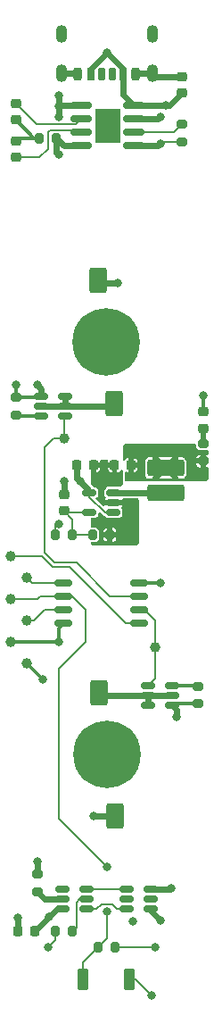
<source format=gbr>
%TF.GenerationSoftware,KiCad,Pcbnew,9.0.3*%
%TF.CreationDate,2025-08-03T17:32:48-04:00*%
%TF.ProjectId,Photon,50686f74-6f6e-42e6-9b69-6361645f7063,rev?*%
%TF.SameCoordinates,Original*%
%TF.FileFunction,Copper,L1,Top*%
%TF.FilePolarity,Positive*%
%FSLAX46Y46*%
G04 Gerber Fmt 4.6, Leading zero omitted, Abs format (unit mm)*
G04 Created by KiCad (PCBNEW 9.0.3) date 2025-08-03 17:32:48*
%MOMM*%
%LPD*%
G01*
G04 APERTURE LIST*
G04 Aperture macros list*
%AMRoundRect*
0 Rectangle with rounded corners*
0 $1 Rounding radius*
0 $2 $3 $4 $5 $6 $7 $8 $9 X,Y pos of 4 corners*
0 Add a 4 corners polygon primitive as box body*
4,1,4,$2,$3,$4,$5,$6,$7,$8,$9,$2,$3,0*
0 Add four circle primitives for the rounded corners*
1,1,$1+$1,$2,$3*
1,1,$1+$1,$4,$5*
1,1,$1+$1,$6,$7*
1,1,$1+$1,$8,$9*
0 Add four rect primitives between the rounded corners*
20,1,$1+$1,$2,$3,$4,$5,0*
20,1,$1+$1,$4,$5,$6,$7,0*
20,1,$1+$1,$6,$7,$8,$9,0*
20,1,$1+$1,$8,$9,$2,$3,0*%
G04 Aperture macros list end*
%TA.AperFunction,SMDPad,CuDef*%
%ADD10RoundRect,0.162500X0.650000X0.162500X-0.650000X0.162500X-0.650000X-0.162500X0.650000X-0.162500X0*%
%TD*%
%TA.AperFunction,SMDPad,CuDef*%
%ADD11RoundRect,0.225000X0.225000X0.250000X-0.225000X0.250000X-0.225000X-0.250000X0.225000X-0.250000X0*%
%TD*%
%TA.AperFunction,SMDPad,CuDef*%
%ADD12RoundRect,0.150000X0.512500X0.150000X-0.512500X0.150000X-0.512500X-0.150000X0.512500X-0.150000X0*%
%TD*%
%TA.AperFunction,SMDPad,CuDef*%
%ADD13C,1.000000*%
%TD*%
%TA.AperFunction,SMDPad,CuDef*%
%ADD14RoundRect,0.225000X0.250000X-0.225000X0.250000X0.225000X-0.250000X0.225000X-0.250000X-0.225000X0*%
%TD*%
%TA.AperFunction,SMDPad,CuDef*%
%ADD15RoundRect,0.218750X-0.256250X0.218750X-0.256250X-0.218750X0.256250X-0.218750X0.256250X0.218750X0*%
%TD*%
%TA.AperFunction,SMDPad,CuDef*%
%ADD16RoundRect,0.200000X-0.200000X-0.275000X0.200000X-0.275000X0.200000X0.275000X-0.200000X0.275000X0*%
%TD*%
%TA.AperFunction,SMDPad,CuDef*%
%ADD17RoundRect,0.225000X-0.225000X-0.250000X0.225000X-0.250000X0.225000X0.250000X-0.225000X0.250000X0*%
%TD*%
%TA.AperFunction,SMDPad,CuDef*%
%ADD18RoundRect,0.200000X-0.275000X0.200000X-0.275000X-0.200000X0.275000X-0.200000X0.275000X0.200000X0*%
%TD*%
%TA.AperFunction,SMDPad,CuDef*%
%ADD19RoundRect,0.105000X-0.420000X-0.895000X0.420000X-0.895000X0.420000X0.895000X-0.420000X0.895000X0*%
%TD*%
%TA.AperFunction,SMDPad,CuDef*%
%ADD20RoundRect,0.225000X-0.250000X0.225000X-0.250000X-0.225000X0.250000X-0.225000X0.250000X0.225000X0*%
%TD*%
%TA.AperFunction,SMDPad,CuDef*%
%ADD21RoundRect,0.150000X-0.512500X-0.150000X0.512500X-0.150000X0.512500X0.150000X-0.512500X0.150000X0*%
%TD*%
%TA.AperFunction,SMDPad,CuDef*%
%ADD22RoundRect,0.200000X0.200000X0.275000X-0.200000X0.275000X-0.200000X-0.275000X0.200000X-0.275000X0*%
%TD*%
%TA.AperFunction,SMDPad,CuDef*%
%ADD23RoundRect,0.218750X0.256250X-0.218750X0.256250X0.218750X-0.256250X0.218750X-0.256250X-0.218750X0*%
%TD*%
%TA.AperFunction,SMDPad,CuDef*%
%ADD24RoundRect,0.200000X0.275000X-0.200000X0.275000X0.200000X-0.275000X0.200000X-0.275000X-0.200000X0*%
%TD*%
%TA.AperFunction,SMDPad,CuDef*%
%ADD25RoundRect,0.175000X0.175000X0.425000X-0.175000X0.425000X-0.175000X-0.425000X0.175000X-0.425000X0*%
%TD*%
%TA.AperFunction,SMDPad,CuDef*%
%ADD26RoundRect,0.190000X-0.190000X-0.410000X0.190000X-0.410000X0.190000X0.410000X-0.190000X0.410000X0*%
%TD*%
%TA.AperFunction,SMDPad,CuDef*%
%ADD27RoundRect,0.200000X-0.200000X-0.400000X0.200000X-0.400000X0.200000X0.400000X-0.200000X0.400000X0*%
%TD*%
%TA.AperFunction,SMDPad,CuDef*%
%ADD28RoundRect,0.175000X-0.175000X-0.425000X0.175000X-0.425000X0.175000X0.425000X-0.175000X0.425000X0*%
%TD*%
%TA.AperFunction,SMDPad,CuDef*%
%ADD29RoundRect,0.190000X0.190000X0.410000X-0.190000X0.410000X-0.190000X-0.410000X0.190000X-0.410000X0*%
%TD*%
%TA.AperFunction,SMDPad,CuDef*%
%ADD30RoundRect,0.200000X0.200000X0.400000X-0.200000X0.400000X-0.200000X-0.400000X0.200000X-0.400000X0*%
%TD*%
%TA.AperFunction,ComponentPad*%
%ADD31O,1.100000X1.700000*%
%TD*%
%TA.AperFunction,SMDPad,CuDef*%
%ADD32RoundRect,0.255000X0.595000X-0.945000X0.595000X0.945000X-0.595000X0.945000X-0.595000X-0.945000X0*%
%TD*%
%TA.AperFunction,SMDPad,CuDef*%
%ADD33C,6.400000*%
%TD*%
%TA.AperFunction,SMDPad,CuDef*%
%ADD34RoundRect,0.240000X1.510000X-0.560000X1.510000X0.560000X-1.510000X0.560000X-1.510000X-0.560000X0*%
%TD*%
%TA.AperFunction,SMDPad,CuDef*%
%ADD35RoundRect,0.150000X0.825000X0.150000X-0.825000X0.150000X-0.825000X-0.150000X0.825000X-0.150000X0*%
%TD*%
%TA.AperFunction,HeatsinkPad*%
%ADD36R,2.410000X3.300000*%
%TD*%
%TA.AperFunction,SMDPad,CuDef*%
%ADD37RoundRect,0.255000X-0.595000X0.945000X-0.595000X-0.945000X0.595000X-0.945000X0.595000X0.945000X0*%
%TD*%
%TA.AperFunction,ViaPad*%
%ADD38C,0.800000*%
%TD*%
%TA.AperFunction,Conductor*%
%ADD39C,0.200000*%
%TD*%
%TA.AperFunction,Conductor*%
%ADD40C,0.300000*%
%TD*%
%TA.AperFunction,Conductor*%
%ADD41C,0.600000*%
%TD*%
%TA.AperFunction,Conductor*%
%ADD42C,0.500000*%
%TD*%
G04 APERTURE END LIST*
D10*
%TO.P,U2,1,~{RESET}/PB5*%
%TO.N,/RESET*%
X55911500Y-78486000D03*
%TO.P,U2,2,PB3*%
%TO.N,/LED2_EN*%
X55911500Y-77216000D03*
%TO.P,U2,3,PB4*%
%TO.N,/LED1_EN*%
X55911500Y-75946000D03*
%TO.P,U2,4,GND*%
%TO.N,GND*%
X55911500Y-74676000D03*
%TO.P,U2,5,PB0*%
%TO.N,/MOSI*%
X48736500Y-74676000D03*
%TO.P,U2,6,PB1*%
%TO.N,/MISO_BTN*%
X48736500Y-75946000D03*
%TO.P,U2,7,PB2*%
%TO.N,/SCK*%
X48736500Y-77216000D03*
%TO.P,U2,8,VCC*%
%TO.N,/3V6*%
X48736500Y-78486000D03*
%TD*%
D11*
%TO.P,C2,1*%
%TO.N,GND*%
X51575000Y-63500000D03*
%TO.P,C2,2*%
%TO.N,+BATT*%
X50025000Y-63500000D03*
%TD*%
D12*
%TO.P,U5,1,OD*%
%TO.N,Net-(U4-G1)*%
X50921500Y-105598000D03*
%TO.P,U5,2,Isense*%
%TO.N,Net-(U5-Isense)*%
X50921500Y-104648000D03*
%TO.P,U5,3,OC*%
%TO.N,Net-(U4-G2)*%
X50921500Y-103698000D03*
%TO.P,U5,4,TD*%
%TO.N,unconnected-(U5-TD-Pad4)*%
X48646500Y-103698000D03*
%TO.P,U5,5,VCC*%
%TO.N,Net-(U5-VCC)*%
X48646500Y-104648000D03*
%TO.P,U5,6,GND*%
%TO.N,-BATT*%
X48646500Y-105598000D03*
%TD*%
D13*
%TO.P,TP5,1,1*%
%TO.N,/MOSI*%
X45212000Y-74168000D03*
%TD*%
%TO.P,3V3,1,1*%
%TO.N,/3V6*%
X43688000Y-80264000D03*
%TD*%
D14*
%TO.P,C4,1*%
%TO.N,/FB*%
X48768000Y-67831000D03*
%TO.P,C4,2*%
%TO.N,/3V6*%
X48768000Y-66281000D03*
%TD*%
D15*
%TO.P,D1,1,K*%
%TO.N,/USB_PRST*%
X44196000Y-29184500D03*
%TO.P,D1,2,A*%
%TO.N,Net-(D1-A)*%
X44196000Y-30759500D03*
%TD*%
D16*
%TO.P,R5,1*%
%TO.N,/FB*%
X51499000Y-70104000D03*
%TO.P,R5,2*%
%TO.N,GND*%
X53149000Y-70104000D03*
%TD*%
D17*
%TO.P,C5,1*%
%TO.N,GND*%
X53581000Y-63500000D03*
%TO.P,C5,2*%
%TO.N,/3V6*%
X55131000Y-63500000D03*
%TD*%
D13*
%TO.P,TP2,1,1*%
%TO.N,/LED2_EN*%
X57404000Y-80772000D03*
%TD*%
D11*
%TO.P,C3,1*%
%TO.N,-BATT*%
X45987000Y-107696000D03*
%TO.P,C3,2*%
%TO.N,+BATT*%
X44437000Y-107696000D03*
%TD*%
D13*
%TO.P,TP3,1,1*%
%TO.N,/MISO_BTN*%
X43688000Y-76200000D03*
%TD*%
%TO.P,GND,1,1*%
%TO.N,GND*%
X45212000Y-82296000D03*
%TD*%
%TO.P,TP4,1,1*%
%TO.N,/LED1_EN*%
X48768000Y-60960000D03*
%TD*%
D12*
%TO.P,U6,1,EN*%
%TO.N,/LED1_EN*%
X48889500Y-58862000D03*
%TO.P,U6,2,OUT*%
%TO.N,/OUT_LED1*%
X48889500Y-57912000D03*
%TO.P,U6,3,OUT*%
X48889500Y-56962000D03*
%TO.P,U6,4,GND*%
%TO.N,GND*%
X46614500Y-56962000D03*
%TO.P,U6,5,OUT*%
%TO.N,/OUT_LED1*%
X46614500Y-57912000D03*
%TO.P,U6,6,Rext*%
%TO.N,/Rext1*%
X46614500Y-58862000D03*
%TD*%
D13*
%TO.P,TP1,1,1*%
%TO.N,/SCK*%
X45212000Y-78232000D03*
%TD*%
D16*
%TO.P,R7,1*%
%TO.N,GND*%
X47943000Y-107696000D03*
%TO.P,R7,2*%
%TO.N,Net-(U5-Isense)*%
X49593000Y-107696000D03*
%TD*%
D12*
%TO.P,U4,1,S1*%
%TO.N,-BATT*%
X57017500Y-105598000D03*
%TO.P,U4,2,D1/D2*%
%TO.N,unconnected-(U4-D1{slash}D2-Pad2)*%
X57017500Y-104648000D03*
%TO.P,U4,3,S2*%
%TO.N,GND*%
X57017500Y-103698000D03*
%TO.P,U4,4,G2*%
%TO.N,Net-(U4-G2)*%
X54742500Y-103698000D03*
%TO.P,U4,5,D1/D2*%
%TO.N,unconnected-(U4-D1{slash}D2-Pad5)*%
X54742500Y-104648000D03*
%TO.P,U4,6,G1*%
%TO.N,Net-(U4-G1)*%
X54742500Y-105598000D03*
%TD*%
D18*
%TO.P,R10,1*%
%TO.N,/Rext2*%
X61468000Y-84494430D03*
%TO.P,R10,2*%
%TO.N,GND*%
X61468000Y-86144430D03*
%TD*%
D19*
%TO.P,SW1,1,1*%
%TO.N,/MISO_BTN*%
X50546000Y-112268000D03*
%TO.P,SW1,2,2*%
%TO.N,GND*%
X54991000Y-112268000D03*
%TD*%
D20*
%TO.P,C1,1*%
%TO.N,GND*%
X59944000Y-26657000D03*
%TO.P,C1,2*%
%TO.N,VCC*%
X59944000Y-28207000D03*
%TD*%
D21*
%TO.P,U7,1,EN*%
%TO.N,/LED2_EN*%
X56774500Y-84394000D03*
%TO.P,U7,2,OUT*%
%TO.N,/OUT_LED2*%
X56774500Y-85344000D03*
%TO.P,U7,3,OUT*%
X56774500Y-86294000D03*
%TO.P,U7,4,GND*%
%TO.N,GND*%
X59049500Y-86294000D03*
%TO.P,U7,5,OUT*%
%TO.N,/OUT_LED2*%
X59049500Y-85344000D03*
%TO.P,U7,6,Rext*%
%TO.N,/Rext2*%
X59049500Y-84394000D03*
%TD*%
D22*
%TO.P,R1,1*%
%TO.N,VCC*%
X48069000Y-32512000D03*
%TO.P,R1,2*%
%TO.N,Net-(D1-A)*%
X46419000Y-32512000D03*
%TD*%
D18*
%TO.P,R2,1*%
%TO.N,Net-(U1-PROG)*%
X59944000Y-31179000D03*
%TO.P,R2,2*%
%TO.N,GND*%
X59944000Y-32829000D03*
%TD*%
D22*
%TO.P,R6,1*%
%TO.N,/3V6*%
X53657000Y-109220000D03*
%TO.P,R6,2*%
%TO.N,/MISO_BTN*%
X52007000Y-109220000D03*
%TD*%
D18*
%TO.P,R3,1*%
%TO.N,+BATT*%
X46228000Y-102299000D03*
%TO.P,R3,2*%
%TO.N,Net-(U5-VCC)*%
X46228000Y-103949000D03*
%TD*%
D15*
%TO.P,D3,1,K*%
%TO.N,GND*%
X61976000Y-58457500D03*
%TO.P,D3,2,A*%
%TO.N,Net-(D3-A)*%
X61976000Y-60032500D03*
%TD*%
D12*
%TO.P,U3,1,EN*%
%TO.N,+BATT*%
X53461500Y-68006000D03*
%TO.P,U3,2,GND*%
%TO.N,GND*%
X53461500Y-67056000D03*
%TO.P,U3,3,LX*%
%TO.N,/LX*%
X53461500Y-66106000D03*
%TO.P,U3,4,Vin*%
%TO.N,+BATT*%
X51186500Y-66106000D03*
%TO.P,U3,5,FB*%
%TO.N,/FB*%
X51186500Y-68006000D03*
%TD*%
D13*
%TO.P,TP6,1,1*%
%TO.N,/RESET*%
X43688000Y-72136000D03*
%TD*%
D23*
%TO.P,D2,1,K*%
%TO.N,/CHRG*%
X44196000Y-34315500D03*
%TO.P,D2,2,A*%
%TO.N,Net-(D1-A)*%
X44196000Y-32740500D03*
%TD*%
D24*
%TO.P,R8,1*%
%TO.N,/3V6*%
X61976000Y-63118000D03*
%TO.P,R8,2*%
%TO.N,Net-(D3-A)*%
X61976000Y-61468000D03*
%TD*%
D25*
%TO.P,P1,A5,CC1*%
%TO.N,unconnected-(P1-CC1-PadA5)*%
X53332000Y-26448000D03*
D26*
%TO.P,P1,A9,VBUS*%
%TO.N,VCC*%
X51312000Y-26448000D03*
D27*
%TO.P,P1,A12,GND*%
%TO.N,GND*%
X50082000Y-26448000D03*
D28*
%TO.P,P1,B5,CC2*%
%TO.N,unconnected-(P1-CC2-PadB5)*%
X52332000Y-26448000D03*
D29*
%TO.P,P1,B9,VBUS*%
%TO.N,VCC*%
X54352000Y-26448000D03*
D30*
%TO.P,P1,B12,GND*%
%TO.N,GND*%
X55582000Y-26448000D03*
D31*
%TO.P,P1,S1,SHIELD*%
X57152000Y-26368000D03*
X57152000Y-22568000D03*
X48512000Y-26368000D03*
X48512000Y-22568000D03*
%TD*%
D32*
%TO.P,D4,1,K*%
%TO.N,/OUT_LED1*%
X53569757Y-57695500D03*
%TO.P,D4,2,A*%
%TO.N,/3V6*%
X52045757Y-46011500D03*
D33*
%TO.P,D4,3*%
%TO.N,N/C*%
X52807757Y-51853500D03*
%TD*%
D34*
%TO.P,L1,1,1*%
%TO.N,/LX*%
X58420000Y-66167000D03*
%TO.P,L1,2,2*%
%TO.N,/3V6*%
X58420000Y-63779400D03*
%TD*%
D16*
%TO.P,R4,1*%
%TO.N,/3V6*%
X47943000Y-70104000D03*
%TO.P,R4,2*%
%TO.N,/FB*%
X49593000Y-70104000D03*
%TD*%
D24*
%TO.P,R9,1*%
%TO.N,/Rext1*%
X44196000Y-58737000D03*
%TO.P,R9,2*%
%TO.N,GND*%
X44196000Y-57087000D03*
%TD*%
D35*
%TO.P,U1,1,TEMP*%
%TO.N,GND*%
X55399000Y-33210000D03*
%TO.P,U1,2,PROG*%
%TO.N,Net-(U1-PROG)*%
X55399000Y-31940000D03*
%TO.P,U1,3,GND*%
%TO.N,GND*%
X55399000Y-30670000D03*
%TO.P,U1,4,V_{CC}*%
%TO.N,VCC*%
X55399000Y-29400000D03*
%TO.P,U1,5,BAT*%
%TO.N,+BATT*%
X50449000Y-29400000D03*
%TO.P,U1,6,~{STDBY}*%
%TO.N,/USB_PRST*%
X50449000Y-30670000D03*
%TO.P,U1,7,~{CHRG}*%
%TO.N,/CHRG*%
X50449000Y-31940000D03*
%TO.P,U1,8,CE*%
%TO.N,VCC*%
X50449000Y-33210000D03*
D36*
%TO.P,U1,9*%
%TO.N,N/C*%
X52924000Y-31305000D03*
%TD*%
D37*
%TO.P,D5,1,K*%
%TO.N,/OUT_LED2*%
X52070000Y-85090000D03*
%TO.P,D5,2,A*%
%TO.N,/3V6*%
X53594000Y-96774000D03*
D33*
%TO.P,D5,3*%
%TO.N,N/C*%
X52832000Y-90932000D03*
%TD*%
D38*
%TO.N,GND*%
X46736000Y-83820000D03*
X61976000Y-56896000D03*
X58928000Y-103632000D03*
X47244000Y-109220000D03*
X57912000Y-33020000D03*
X57912000Y-30480000D03*
X57912000Y-74676000D03*
X59436000Y-87376000D03*
X51816000Y-65024000D03*
X57107000Y-113792000D03*
X44196000Y-55880000D03*
X46228000Y-55880000D03*
X53848000Y-65024000D03*
%TO.N,/3V6*%
X55880000Y-61976000D03*
X48768000Y-65024000D03*
X57912000Y-61976000D03*
X53848000Y-46228000D03*
X59944000Y-61976000D03*
X48260000Y-69088000D03*
X51562000Y-96774000D03*
X57404000Y-109220000D03*
X48260000Y-80264000D03*
%TO.N,-BATT*%
X55295000Y-106757000D03*
X47377500Y-106305500D03*
X57912000Y-106680000D03*
%TO.N,+BATT*%
X44437000Y-106439000D03*
X50292000Y-65024000D03*
X46228000Y-101092000D03*
X48260000Y-29464000D03*
X48260000Y-28448000D03*
X48260000Y-30480000D03*
%TO.N,VCC*%
X48260000Y-34036000D03*
X58420000Y-29400000D03*
X52832000Y-24384000D03*
%TO.N,/MISO_BTN*%
X52832000Y-105856000D03*
X52832000Y-101600000D03*
%TD*%
D39*
%TO.N,/LED1_EN*%
X46893844Y-71785844D02*
X46893844Y-61818156D01*
X46893844Y-61818156D02*
X47752000Y-60960000D01*
X47859000Y-72751000D02*
X46893844Y-71785844D01*
X49950100Y-72751000D02*
X47859000Y-72751000D01*
X47752000Y-60960000D02*
X48768000Y-60960000D01*
X53145100Y-75946000D02*
X49950100Y-72751000D01*
X55911500Y-75946000D02*
X53145100Y-75946000D01*
%TO.N,/3V6*%
X47943000Y-69279000D02*
X47943000Y-70104000D01*
X48134000Y-69088000D02*
X47943000Y-69279000D01*
X48260000Y-69088000D02*
X48134000Y-69088000D01*
D40*
%TO.N,GND*%
X46736000Y-83820000D02*
X45212000Y-82296000D01*
D41*
X57722000Y-33210000D02*
X57912000Y-33020000D01*
D40*
X46489500Y-57087000D02*
X46614500Y-56962000D01*
D39*
X57107000Y-113792000D02*
X55583000Y-112268000D01*
D41*
X46614500Y-56266500D02*
X46228000Y-55880000D01*
D40*
X57912000Y-74676000D02*
X55911500Y-74676000D01*
X44196000Y-57087000D02*
X44196000Y-55880000D01*
D41*
X55399000Y-33210000D02*
X57722000Y-33210000D01*
D39*
X47943000Y-108521000D02*
X47244000Y-109220000D01*
D41*
X57441000Y-26657000D02*
X57152000Y-26368000D01*
X57152000Y-26368000D02*
X55662000Y-26368000D01*
X59436000Y-87376000D02*
X59436000Y-86680500D01*
X57722000Y-30670000D02*
X57912000Y-30480000D01*
X46614500Y-56962000D02*
X46614500Y-56266500D01*
D39*
X55583000Y-112268000D02*
X54991000Y-112268000D01*
D41*
X55399000Y-30670000D02*
X57722000Y-30670000D01*
D39*
X58103000Y-32829000D02*
X57912000Y-33020000D01*
D40*
X59199070Y-86144430D02*
X59049500Y-86294000D01*
D39*
X59944000Y-32829000D02*
X58103000Y-32829000D01*
D41*
X59944000Y-26657000D02*
X57441000Y-26657000D01*
D39*
X47943000Y-107696000D02*
X47943000Y-108521000D01*
D40*
X44196000Y-57087000D02*
X46489500Y-57087000D01*
D41*
X58862000Y-103698000D02*
X58928000Y-103632000D01*
D40*
X61468000Y-86144430D02*
X59199070Y-86144430D01*
D41*
X48512000Y-26368000D02*
X50002000Y-26368000D01*
X57017500Y-103698000D02*
X58862000Y-103698000D01*
X59436000Y-86680500D02*
X59049500Y-86294000D01*
D40*
X61976000Y-56896000D02*
X61976000Y-58457500D01*
D41*
X55662000Y-26368000D02*
X55582000Y-26448000D01*
X50002000Y-26368000D02*
X50082000Y-26448000D01*
%TO.N,/3V6*%
X48768000Y-66281000D02*
X48768000Y-65024000D01*
D40*
X48260000Y-80264000D02*
X48260000Y-78962500D01*
X48260000Y-78962500D02*
X48736500Y-78486000D01*
X48260000Y-80264000D02*
X43688000Y-80264000D01*
D41*
X52262257Y-46228000D02*
X52045757Y-46011500D01*
X51562000Y-96774000D02*
X53594000Y-96774000D01*
D39*
X53657000Y-109220000D02*
X57404000Y-109220000D01*
D41*
X53848000Y-46228000D02*
X52262257Y-46228000D01*
D39*
%TO.N,/FB*%
X51499000Y-70104000D02*
X49593000Y-70104000D01*
X51186500Y-68006000D02*
X48943000Y-68006000D01*
X49593000Y-68656000D02*
X48768000Y-67831000D01*
X48943000Y-68006000D02*
X48768000Y-67831000D01*
X49593000Y-70104000D02*
X49593000Y-68656000D01*
D40*
%TO.N,Net-(D1-A)*%
X45948500Y-32512000D02*
X44196000Y-30759500D01*
X44424500Y-32512000D02*
X44196000Y-32740500D01*
X46419000Y-32512000D02*
X44424500Y-32512000D01*
X46419000Y-32512000D02*
X45948500Y-32512000D01*
D41*
%TO.N,/OUT_LED1*%
X48889500Y-57912000D02*
X53353257Y-57912000D01*
X53353257Y-57912000D02*
X53569757Y-57695500D01*
X48889500Y-56962000D02*
X48889500Y-57912000D01*
X46614500Y-57912000D02*
X48889500Y-57912000D01*
%TO.N,/OUT_LED2*%
X52324000Y-85344000D02*
X52070000Y-85090000D01*
X59049500Y-85344000D02*
X56774500Y-85344000D01*
X56774500Y-86294000D02*
X56774500Y-85344000D01*
X56774500Y-85344000D02*
X52324000Y-85344000D01*
%TO.N,/LX*%
X53522500Y-66167000D02*
X59029600Y-66167000D01*
X53461500Y-66106000D02*
X53522500Y-66167000D01*
D39*
%TO.N,/SCK*%
X46929726Y-77216000D02*
X45913726Y-78232000D01*
X48736500Y-77216000D02*
X46929726Y-77216000D01*
X45913726Y-78232000D02*
X45212000Y-78232000D01*
%TO.N,/LED2_EN*%
X56388000Y-77216000D02*
X57404000Y-78232000D01*
X55911500Y-77216000D02*
X56388000Y-77216000D01*
X57404000Y-78232000D02*
X57404000Y-83764500D01*
X57404000Y-83764500D02*
X56774500Y-84394000D01*
%TO.N,/LED1_EN*%
X48768000Y-58983500D02*
X48889500Y-58862000D01*
X48768000Y-60960000D02*
X48768000Y-58983500D01*
%TO.N,/MOSI*%
X48736500Y-74676000D02*
X45720000Y-74676000D01*
X45720000Y-74676000D02*
X45212000Y-74168000D01*
D40*
%TO.N,/Rext1*%
X46614500Y-58862000D02*
X44321000Y-58862000D01*
X44321000Y-58862000D02*
X44196000Y-58737000D01*
%TO.N,/Rext2*%
X61367570Y-84394000D02*
X61468000Y-84494430D01*
X59049500Y-84394000D02*
X61367570Y-84394000D01*
D41*
%TO.N,-BATT*%
X48646500Y-105598000D02*
X48085000Y-105598000D01*
X47377500Y-106305500D02*
X45987000Y-107696000D01*
X48085000Y-105598000D02*
X47377500Y-106305500D01*
X57017500Y-105785500D02*
X57017500Y-105598000D01*
X57912000Y-106680000D02*
X57017500Y-105785500D01*
%TO.N,+BATT*%
X51186500Y-66106000D02*
X51186500Y-65918500D01*
X50449000Y-29400000D02*
X48324000Y-29400000D01*
X51186500Y-65918500D02*
X50292000Y-65024000D01*
D39*
X53461500Y-68006000D02*
X52672250Y-68006000D01*
X52672250Y-68006000D02*
X51186500Y-66520250D01*
D41*
X46228000Y-101092000D02*
X46228000Y-102299000D01*
X48324000Y-29400000D02*
X48260000Y-29464000D01*
X50025000Y-64757000D02*
X50292000Y-65024000D01*
D39*
X51186500Y-66520250D02*
X51186500Y-66106000D01*
D41*
X44437000Y-106439000D02*
X44437000Y-107696000D01*
X50025000Y-63500000D02*
X50025000Y-64757000D01*
X48260000Y-28448000D02*
X48260000Y-30480000D01*
%TO.N,VCC*%
X55399000Y-29400000D02*
X54352000Y-28353000D01*
X48767000Y-33210000D02*
X48069000Y-32512000D01*
X51312000Y-26448000D02*
X51312000Y-25907142D01*
X50449000Y-33210000D02*
X48767000Y-33210000D01*
X58751000Y-29400000D02*
X59944000Y-28207000D01*
X51312000Y-25907142D02*
X52833571Y-24385571D01*
X52833571Y-24385571D02*
X54352000Y-25904000D01*
X54352000Y-25904000D02*
X54352000Y-26448000D01*
X48069000Y-33845000D02*
X48260000Y-34036000D01*
X54352000Y-28353000D02*
X54352000Y-26448000D01*
X58420000Y-29400000D02*
X55399000Y-29400000D01*
X48069000Y-32512000D02*
X48069000Y-33845000D01*
X58420000Y-29400000D02*
X58751000Y-29400000D01*
D39*
%TO.N,/USB_PRST*%
X49938000Y-31181000D02*
X46192500Y-31181000D01*
X46192500Y-31181000D02*
X44196000Y-29184500D01*
X50449000Y-30670000D02*
X49938000Y-31181000D01*
%TO.N,/CHRG*%
X50449000Y-31940000D02*
X50245000Y-31736000D01*
X46456500Y-34315500D02*
X44196000Y-34315500D01*
X47244000Y-31899936D02*
X47244000Y-33528000D01*
X47407936Y-31736000D02*
X47244000Y-31899936D01*
X47244000Y-33528000D02*
X46456500Y-34315500D01*
X50245000Y-31736000D02*
X47407936Y-31736000D01*
D42*
%TO.N,Net-(D3-A)*%
X61976000Y-61468000D02*
X61976000Y-60032500D01*
D39*
%TO.N,Net-(U1-PROG)*%
X59183000Y-31940000D02*
X59944000Y-31179000D01*
X55399000Y-31940000D02*
X59183000Y-31940000D01*
D41*
%TO.N,Net-(U5-VCC)*%
X48646500Y-104648000D02*
X46927000Y-104648000D01*
X46927000Y-104648000D02*
X46228000Y-103949000D01*
D39*
%TO.N,Net-(U5-Isense)*%
X49958000Y-107331000D02*
X49958000Y-104949001D01*
X49593000Y-107696000D02*
X49958000Y-107331000D01*
X49958000Y-104949001D02*
X50259001Y-104648000D01*
X50259001Y-104648000D02*
X50921500Y-104648000D01*
%TO.N,Net-(U4-G1)*%
X53782000Y-105598000D02*
X53340000Y-105156000D01*
X52324000Y-105156000D02*
X51882000Y-105598000D01*
X51882000Y-105598000D02*
X50921500Y-105598000D01*
X54742500Y-105598000D02*
X53782000Y-105598000D01*
X53340000Y-105156000D02*
X52324000Y-105156000D01*
%TO.N,Net-(U4-G2)*%
X54742500Y-103698000D02*
X50921500Y-103698000D01*
%TO.N,/MISO_BTN*%
X48260000Y-97028000D02*
X48260000Y-82804000D01*
X50800000Y-80264000D02*
X50800000Y-77197001D01*
X49548999Y-75946000D02*
X48736500Y-75946000D01*
X48260000Y-82804000D02*
X50800000Y-80264000D01*
X46228000Y-76200000D02*
X43688000Y-76200000D01*
X52832000Y-108395000D02*
X52007000Y-109220000D01*
X50800000Y-77197001D02*
X49548999Y-75946000D01*
X52832000Y-105856000D02*
X52832000Y-108395000D01*
X50546000Y-112268000D02*
X50546000Y-110681000D01*
X50546000Y-110681000D02*
X52007000Y-109220000D01*
X46482000Y-75946000D02*
X46228000Y-76200000D01*
X52832000Y-101600000D02*
X48260000Y-97028000D01*
X48736500Y-75946000D02*
X46482000Y-75946000D01*
%TO.N,/RESET*%
X49276000Y-73152000D02*
X47692900Y-73152000D01*
X54610000Y-78486000D02*
X49276000Y-73152000D01*
X46676900Y-72136000D02*
X43688000Y-72136000D01*
X47692900Y-73152000D02*
X46676900Y-72136000D01*
X55911500Y-78486000D02*
X54610000Y-78486000D01*
%TD*%
%TA.AperFunction,Conductor*%
%TO.N,GND*%
G36*
X52909316Y-63010907D02*
G01*
X52945280Y-63060407D01*
X52945282Y-63108907D01*
X52947981Y-63109335D01*
X52931000Y-63216546D01*
X52931000Y-63249999D01*
X52931001Y-63250000D01*
X53482000Y-63250000D01*
X53540191Y-63268907D01*
X53576155Y-63318407D01*
X53581000Y-63349000D01*
X53581000Y-63499999D01*
X53581001Y-63500000D01*
X53732000Y-63500000D01*
X53790191Y-63518907D01*
X53826155Y-63568407D01*
X53831000Y-63599000D01*
X53831000Y-64174998D01*
X53831001Y-64174999D01*
X53839453Y-64174999D01*
X53938965Y-64159239D01*
X53938969Y-64159237D01*
X54058921Y-64098118D01*
X54154117Y-64002922D01*
X54168790Y-63974126D01*
X54212055Y-63930861D01*
X54272487Y-63921290D01*
X54327004Y-63949068D01*
X54354781Y-64003584D01*
X54356000Y-64019071D01*
X54356000Y-65222248D01*
X54354098Y-65241563D01*
X54337005Y-65327492D01*
X54322223Y-65363178D01*
X54279073Y-65427758D01*
X54251758Y-65455073D01*
X54187178Y-65498223D01*
X54151492Y-65513005D01*
X54086801Y-65525873D01*
X54065561Y-65530098D01*
X54046248Y-65532000D01*
X52832000Y-65532000D01*
X52832000Y-65532001D01*
X52832000Y-65561256D01*
X52813093Y-65619447D01*
X52776482Y-65650196D01*
X52742520Y-65666799D01*
X52742520Y-65666800D01*
X52742518Y-65666801D01*
X52742517Y-65666802D01*
X52659802Y-65749517D01*
X52659801Y-65749518D01*
X52608427Y-65854604D01*
X52608427Y-65854607D01*
X52598500Y-65922740D01*
X52598500Y-66289260D01*
X52605118Y-66334682D01*
X52608427Y-66357395D01*
X52659801Y-66462481D01*
X52659802Y-66462483D01*
X52708670Y-66511351D01*
X52736446Y-66565866D01*
X52726875Y-66626298D01*
X52708669Y-66651357D01*
X52660213Y-66699812D01*
X52608911Y-66804753D01*
X52608729Y-66805999D01*
X52608730Y-66806000D01*
X54314270Y-66806000D01*
X54314270Y-66805999D01*
X54314088Y-66804751D01*
X54311819Y-66797407D01*
X54314739Y-66796504D01*
X54308072Y-66749406D01*
X54336743Y-66695354D01*
X54391709Y-66668477D01*
X54405585Y-66667500D01*
X55760352Y-66667500D01*
X55777060Y-66672928D01*
X55794614Y-66673618D01*
X55805435Y-66682148D01*
X55818543Y-66686407D01*
X55842663Y-66711493D01*
X55846221Y-66716818D01*
X55861005Y-66752506D01*
X55869936Y-66797407D01*
X55878098Y-66838437D01*
X55880000Y-66857751D01*
X55880000Y-70810248D01*
X55878098Y-70829563D01*
X55861005Y-70915492D01*
X55846223Y-70951178D01*
X55803073Y-71015758D01*
X55775758Y-71043073D01*
X55711178Y-71086223D01*
X55675492Y-71101005D01*
X55610801Y-71113873D01*
X55589561Y-71118098D01*
X55570248Y-71120000D01*
X51617752Y-71120000D01*
X51598438Y-71118098D01*
X51512508Y-71101005D01*
X51476821Y-71086223D01*
X51464246Y-71077821D01*
X51412238Y-71043070D01*
X51384929Y-71015761D01*
X51341775Y-70951177D01*
X51326994Y-70915489D01*
X51323478Y-70897811D01*
X51330671Y-70837050D01*
X51372204Y-70792121D01*
X51420573Y-70779499D01*
X51730518Y-70779499D01*
X51730521Y-70779499D01*
X51730522Y-70779498D01*
X51777411Y-70772072D01*
X51824299Y-70764647D01*
X51824299Y-70764646D01*
X51824304Y-70764646D01*
X51937342Y-70707050D01*
X52027050Y-70617342D01*
X52084646Y-70504304D01*
X52099500Y-70410519D01*
X52099500Y-70354001D01*
X52549001Y-70354001D01*
X52549001Y-70410485D01*
X52563833Y-70504141D01*
X52563836Y-70504151D01*
X52621358Y-70617043D01*
X52710955Y-70706640D01*
X52823854Y-70764165D01*
X52823857Y-70764166D01*
X52898999Y-70776066D01*
X52899000Y-70776065D01*
X52899000Y-70354001D01*
X53399000Y-70354001D01*
X53399000Y-70776066D01*
X53474142Y-70764166D01*
X53474145Y-70764165D01*
X53587044Y-70706640D01*
X53676641Y-70617043D01*
X53734163Y-70504151D01*
X53734164Y-70504147D01*
X53749000Y-70410484D01*
X53749000Y-70354001D01*
X53748999Y-70354000D01*
X53399001Y-70354000D01*
X53399000Y-70354001D01*
X52899000Y-70354001D01*
X52898999Y-70354000D01*
X52549002Y-70354000D01*
X52549001Y-70354001D01*
X52099500Y-70354001D01*
X52099499Y-70064438D01*
X52099499Y-69797515D01*
X52549000Y-69797515D01*
X52549000Y-69853999D01*
X52549001Y-69854000D01*
X52898999Y-69854000D01*
X52899000Y-69853999D01*
X53399000Y-69853999D01*
X53399001Y-69854000D01*
X53748998Y-69854000D01*
X53748999Y-69853999D01*
X53748999Y-69797516D01*
X53748998Y-69797514D01*
X53734166Y-69703858D01*
X53734163Y-69703848D01*
X53676641Y-69590956D01*
X53587043Y-69501358D01*
X53474151Y-69443836D01*
X53474147Y-69443835D01*
X53399000Y-69431932D01*
X53399000Y-69853999D01*
X52899000Y-69853999D01*
X52899000Y-69431932D01*
X52823852Y-69443835D01*
X52823848Y-69443836D01*
X52710956Y-69501358D01*
X52621358Y-69590956D01*
X52563836Y-69703848D01*
X52563835Y-69703852D01*
X52549000Y-69797515D01*
X52099499Y-69797515D01*
X52099499Y-69797479D01*
X52099498Y-69797476D01*
X52084647Y-69703700D01*
X52084646Y-69703698D01*
X52084646Y-69703696D01*
X52027050Y-69590658D01*
X51937342Y-69500950D01*
X51824304Y-69443354D01*
X51824305Y-69443354D01*
X51730522Y-69428500D01*
X51407000Y-69428500D01*
X51348809Y-69409593D01*
X51312845Y-69360093D01*
X51308000Y-69329500D01*
X51308000Y-68605500D01*
X51326907Y-68547309D01*
X51376407Y-68511345D01*
X51407000Y-68506500D01*
X51732257Y-68506500D01*
X51732260Y-68506500D01*
X51800393Y-68496573D01*
X51905483Y-68445198D01*
X51988198Y-68362483D01*
X52039573Y-68257393D01*
X52049500Y-68189260D01*
X52049500Y-68047229D01*
X52068407Y-67989038D01*
X52117907Y-67953074D01*
X52179093Y-67953074D01*
X52218504Y-67977225D01*
X52431790Y-68190511D01*
X52431789Y-68190511D01*
X52487736Y-68246457D01*
X52487739Y-68246460D01*
X52556261Y-68286021D01*
X52588868Y-68294758D01*
X52640182Y-68328080D01*
X52652185Y-68346903D01*
X52659802Y-68362483D01*
X52742517Y-68445198D01*
X52796285Y-68471483D01*
X52847604Y-68496572D01*
X52847605Y-68496572D01*
X52847607Y-68496573D01*
X52915740Y-68506500D01*
X52915743Y-68506500D01*
X54007257Y-68506500D01*
X54007260Y-68506500D01*
X54075393Y-68496573D01*
X54180483Y-68445198D01*
X54263198Y-68362483D01*
X54314573Y-68257393D01*
X54324500Y-68189260D01*
X54324500Y-67822740D01*
X54314573Y-67754607D01*
X54263198Y-67649517D01*
X54214329Y-67600648D01*
X54186554Y-67546134D01*
X54196125Y-67485702D01*
X54214331Y-67460643D01*
X54262786Y-67412187D01*
X54314088Y-67307246D01*
X54314270Y-67306000D01*
X52608730Y-67306000D01*
X52580264Y-67338914D01*
X52527898Y-67370560D01*
X52466932Y-67365382D01*
X52435379Y-67344158D01*
X51822812Y-66731591D01*
X51795035Y-66677074D01*
X51804606Y-66616642D01*
X51847871Y-66573377D01*
X51849296Y-66572665D01*
X51905483Y-66545198D01*
X51988198Y-66462483D01*
X52039573Y-66357393D01*
X52049500Y-66289260D01*
X52049500Y-65922740D01*
X52039573Y-65854607D01*
X51988198Y-65749517D01*
X51905483Y-65666802D01*
X51871515Y-65650196D01*
X51800395Y-65615427D01*
X51773139Y-65611456D01*
X51732260Y-65605500D01*
X51732257Y-65605500D01*
X51622322Y-65605500D01*
X51564131Y-65586593D01*
X51552318Y-65576504D01*
X51336996Y-65361182D01*
X51309219Y-65306665D01*
X51308000Y-65291178D01*
X51308000Y-64233004D01*
X51325000Y-64180682D01*
X51325000Y-63750001D01*
X51825000Y-63750001D01*
X51825000Y-64174998D01*
X51825001Y-64174999D01*
X51833453Y-64174999D01*
X51932965Y-64159239D01*
X51932969Y-64159237D01*
X52052921Y-64098118D01*
X52148118Y-64002921D01*
X52209237Y-63882969D01*
X52225000Y-63783453D01*
X52931000Y-63783453D01*
X52946760Y-63882965D01*
X52946762Y-63882969D01*
X53007881Y-64002921D01*
X53103078Y-64098118D01*
X53223030Y-64159237D01*
X53223029Y-64159237D01*
X53322540Y-64174998D01*
X53322551Y-64174999D01*
X53331000Y-64174998D01*
X53331000Y-63750001D01*
X53330999Y-63750000D01*
X52931002Y-63750000D01*
X52931001Y-63750001D01*
X52931001Y-63783453D01*
X52931000Y-63783453D01*
X52225000Y-63783453D01*
X52225000Y-63750001D01*
X52224999Y-63750000D01*
X51825001Y-63750000D01*
X51825000Y-63750001D01*
X51325000Y-63750001D01*
X51325000Y-63599000D01*
X51343907Y-63540809D01*
X51393407Y-63504845D01*
X51424000Y-63500000D01*
X51574999Y-63500000D01*
X51575000Y-63499999D01*
X51575000Y-63349000D01*
X51593907Y-63290809D01*
X51643407Y-63254845D01*
X51674000Y-63250000D01*
X52224998Y-63250000D01*
X52224999Y-63249999D01*
X52224999Y-63216546D01*
X52208020Y-63109335D01*
X52210721Y-63108907D01*
X52210717Y-63060416D01*
X52246677Y-63010913D01*
X52304865Y-62992000D01*
X52851125Y-62992000D01*
X52909316Y-63010907D01*
G37*
%TD.AperFunction*%
%TD*%
%TA.AperFunction,Conductor*%
%TO.N,/3V6*%
G36*
X61259692Y-61486907D02*
G01*
X61295656Y-61536407D01*
X61300501Y-61567000D01*
X61300501Y-61699523D01*
X61315352Y-61793299D01*
X61315354Y-61793304D01*
X61372950Y-61906342D01*
X61462658Y-61996050D01*
X61575696Y-62053646D01*
X61669481Y-62068500D01*
X62282518Y-62068499D01*
X62282520Y-62068499D01*
X62282520Y-62068498D01*
X62321068Y-62062393D01*
X62369514Y-62054722D01*
X62429946Y-62064294D01*
X62473210Y-62107559D01*
X62484000Y-62152503D01*
X62484000Y-62434003D01*
X62465093Y-62492194D01*
X62415593Y-62528158D01*
X62369513Y-62531784D01*
X62282484Y-62518000D01*
X62226001Y-62518000D01*
X62226000Y-62518001D01*
X62226000Y-63717998D01*
X62226001Y-63717999D01*
X62282483Y-63717999D01*
X62369514Y-63704216D01*
X62429946Y-63713788D01*
X62473210Y-63757053D01*
X62484000Y-63801997D01*
X62484000Y-64714248D01*
X62482098Y-64733563D01*
X62465005Y-64819492D01*
X62450223Y-64855178D01*
X62407073Y-64919758D01*
X62379758Y-64947073D01*
X62315178Y-64990223D01*
X62279492Y-65005005D01*
X62214801Y-65017873D01*
X62193561Y-65022098D01*
X62174248Y-65024000D01*
X54665753Y-65024000D01*
X54646419Y-65022094D01*
X54641166Y-65021048D01*
X54587788Y-64991140D01*
X54562184Y-64935570D01*
X54561500Y-64923954D01*
X54561500Y-64213010D01*
X54580407Y-64154819D01*
X54629907Y-64118855D01*
X54691093Y-64118855D01*
X54705446Y-64124801D01*
X54773030Y-64159237D01*
X54773029Y-64159237D01*
X54872540Y-64174998D01*
X54872551Y-64174999D01*
X54881000Y-64174998D01*
X54881000Y-63750001D01*
X55381000Y-63750001D01*
X55381000Y-64174998D01*
X55381001Y-64174999D01*
X55389453Y-64174999D01*
X55488965Y-64159239D01*
X55488969Y-64159237D01*
X55608921Y-64098118D01*
X55704118Y-64002921D01*
X55765237Y-63882969D01*
X55781000Y-63783453D01*
X55781000Y-63750001D01*
X55780999Y-63750000D01*
X55381001Y-63750000D01*
X55381000Y-63750001D01*
X54881000Y-63750001D01*
X54881000Y-62825001D01*
X55381000Y-62825001D01*
X55381000Y-63249999D01*
X55381001Y-63250000D01*
X55780998Y-63250000D01*
X55780999Y-63249999D01*
X55780999Y-63216546D01*
X55780998Y-63216544D01*
X55775143Y-63179568D01*
X55773057Y-63166399D01*
X56470000Y-63166399D01*
X56470000Y-64392403D01*
X56472786Y-64422121D01*
X56472787Y-64422126D01*
X56516594Y-64547320D01*
X56595358Y-64654039D01*
X56595360Y-64654041D01*
X56702079Y-64732805D01*
X56827272Y-64776612D01*
X56856999Y-64779399D01*
X57209998Y-64779399D01*
X57773553Y-64779399D01*
X59066446Y-64779399D01*
X58419999Y-64132952D01*
X57773553Y-64779399D01*
X57209998Y-64779399D01*
X57208227Y-64777628D01*
X57180450Y-64723111D01*
X57190021Y-64662679D01*
X57208227Y-64637620D01*
X58066447Y-63779399D01*
X58773552Y-63779399D01*
X59631772Y-64637620D01*
X59659549Y-64692137D01*
X59649978Y-64752569D01*
X59631772Y-64777628D01*
X59630001Y-64779399D01*
X59983004Y-64779399D01*
X60012721Y-64776613D01*
X60012726Y-64776612D01*
X60137920Y-64732805D01*
X60244639Y-64654041D01*
X60244641Y-64654039D01*
X60323405Y-64547320D01*
X60367212Y-64422127D01*
X60369999Y-64392400D01*
X60369999Y-63368000D01*
X61303934Y-63368000D01*
X61315833Y-63443142D01*
X61315834Y-63443145D01*
X61373359Y-63556044D01*
X61462956Y-63645641D01*
X61575848Y-63703163D01*
X61575852Y-63703164D01*
X61669516Y-63717999D01*
X61725999Y-63717998D01*
X61726000Y-63717998D01*
X61726000Y-63368001D01*
X61725999Y-63368000D01*
X61303934Y-63368000D01*
X60369999Y-63368000D01*
X60369999Y-63166396D01*
X60367213Y-63136678D01*
X60367212Y-63136673D01*
X60323405Y-63011479D01*
X60282739Y-62956380D01*
X60244641Y-62904760D01*
X60244639Y-62904758D01*
X60194835Y-62868000D01*
X61303933Y-62868000D01*
X61725999Y-62868000D01*
X61726000Y-62867999D01*
X61726000Y-62517999D01*
X61669518Y-62518000D01*
X61669513Y-62518001D01*
X61575858Y-62532833D01*
X61575848Y-62532836D01*
X61462956Y-62590358D01*
X61373358Y-62679956D01*
X61315836Y-62792848D01*
X61315835Y-62792852D01*
X61303933Y-62868000D01*
X60194835Y-62868000D01*
X60137920Y-62825994D01*
X60012727Y-62782187D01*
X59983000Y-62779400D01*
X59630001Y-62779400D01*
X59631772Y-62781171D01*
X59659549Y-62835688D01*
X59649978Y-62896120D01*
X59631772Y-62921178D01*
X58773552Y-63779399D01*
X58066447Y-63779399D01*
X57208227Y-62921179D01*
X57201108Y-62907207D01*
X57190021Y-62896120D01*
X57187568Y-62880632D01*
X57180450Y-62866662D01*
X57182902Y-62851175D01*
X57180450Y-62835688D01*
X57187568Y-62821717D01*
X57190021Y-62806230D01*
X57208227Y-62781171D01*
X57209997Y-62779400D01*
X57773553Y-62779400D01*
X58419999Y-63425846D01*
X59066446Y-62779400D01*
X57773553Y-62779400D01*
X57209997Y-62779400D01*
X56856996Y-62779400D01*
X56827278Y-62782186D01*
X56827273Y-62782187D01*
X56702079Y-62825994D01*
X56595360Y-62904758D01*
X56595358Y-62904760D01*
X56516594Y-63011479D01*
X56472787Y-63136672D01*
X56470000Y-63166399D01*
X55773057Y-63166399D01*
X55765239Y-63117034D01*
X55765237Y-63117030D01*
X55704118Y-62997078D01*
X55608921Y-62901881D01*
X55488969Y-62840762D01*
X55488970Y-62840762D01*
X55389454Y-62825000D01*
X55381001Y-62825000D01*
X55381000Y-62825001D01*
X54881000Y-62825001D01*
X54881000Y-62824999D01*
X54872558Y-62825000D01*
X54872544Y-62825001D01*
X54773035Y-62840760D01*
X54773030Y-62840762D01*
X54653078Y-62901881D01*
X54557881Y-62997078D01*
X54543209Y-63025874D01*
X54499944Y-63069138D01*
X54439512Y-63078709D01*
X54384996Y-63050931D01*
X54357219Y-62996414D01*
X54356000Y-62980928D01*
X54356000Y-61777751D01*
X54357902Y-61758437D01*
X54374994Y-61672506D01*
X54389774Y-61636824D01*
X54432931Y-61572235D01*
X54460235Y-61544931D01*
X54524824Y-61501774D01*
X54560507Y-61486994D01*
X54605341Y-61478076D01*
X54646439Y-61469902D01*
X54665752Y-61468000D01*
X61201501Y-61468000D01*
X61259692Y-61486907D01*
G37*
%TD.AperFunction*%
%TD*%
M02*

</source>
